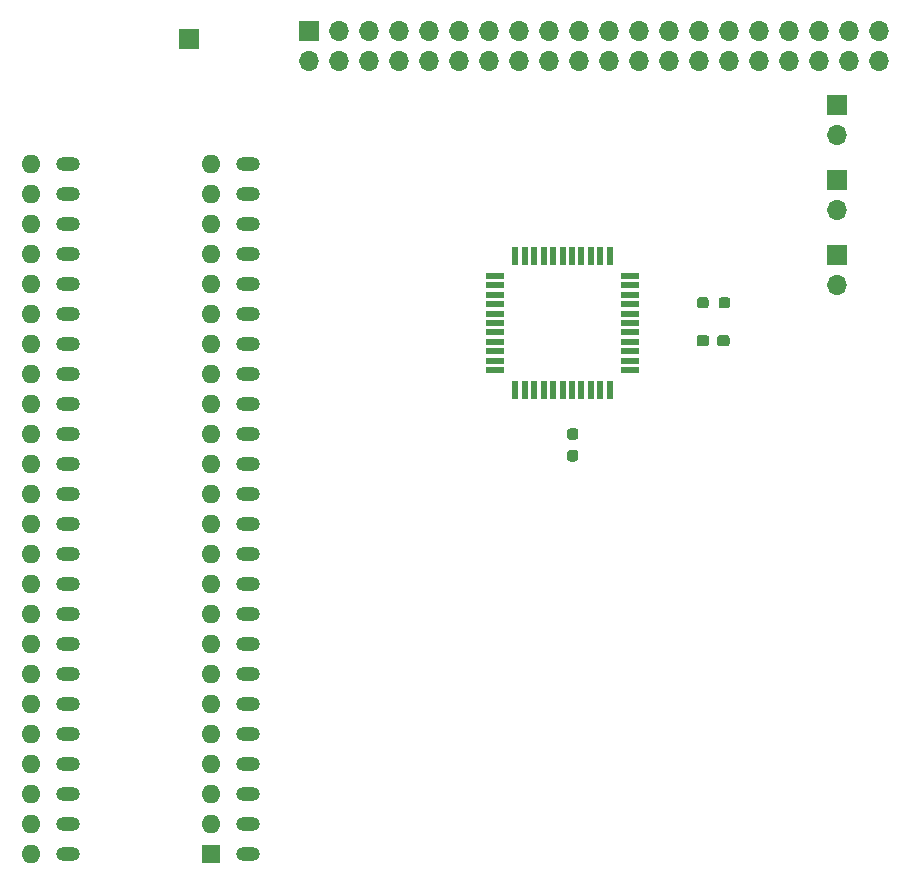
<source format=gbr>
G04 #@! TF.GenerationSoftware,KiCad,Pcbnew,5.1.10-1.fc34*
G04 #@! TF.CreationDate,2021-06-07T07:51:00+01:00*
G04 #@! TF.ProjectId,A1000,41313030-302e-46b6-9963-61645f706362,rev?*
G04 #@! TF.SameCoordinates,Original*
G04 #@! TF.FileFunction,Soldermask,Top*
G04 #@! TF.FilePolarity,Negative*
%FSLAX46Y46*%
G04 Gerber Fmt 4.6, Leading zero omitted, Abs format (unit mm)*
G04 Created by KiCad (PCBNEW 5.1.10-1.fc34) date 2021-06-07 07:51:00*
%MOMM*%
%LPD*%
G01*
G04 APERTURE LIST*
%ADD10O,1.700000X1.700000*%
%ADD11R,1.700000X1.700000*%
%ADD12O,2.000000X1.200000*%
%ADD13R,1.500000X0.550000*%
%ADD14R,0.550000X1.500000*%
%ADD15O,1.600000X1.600000*%
%ADD16R,1.600000X1.600000*%
G04 APERTURE END LIST*
G04 #@! TO.C,R1*
G36*
G01*
X117618500Y-94254500D02*
X118093500Y-94254500D01*
G75*
G02*
X118331000Y-94492000I0J-237500D01*
G01*
X118331000Y-94992000D01*
G75*
G02*
X118093500Y-95229500I-237500J0D01*
G01*
X117618500Y-95229500D01*
G75*
G02*
X117381000Y-94992000I0J237500D01*
G01*
X117381000Y-94492000D01*
G75*
G02*
X117618500Y-94254500I237500J0D01*
G01*
G37*
G36*
G01*
X117618500Y-92429500D02*
X118093500Y-92429500D01*
G75*
G02*
X118331000Y-92667000I0J-237500D01*
G01*
X118331000Y-93167000D01*
G75*
G02*
X118093500Y-93404500I-237500J0D01*
G01*
X117618500Y-93404500D01*
G75*
G02*
X117381000Y-93167000I0J237500D01*
G01*
X117381000Y-92667000D01*
G75*
G02*
X117618500Y-92429500I237500J0D01*
G01*
G37*
G04 #@! TD*
D10*
G04 #@! TO.C,JP3*
X140208000Y-80264000D03*
D11*
X140208000Y-77724000D03*
G04 #@! TD*
D10*
G04 #@! TO.C,JP2*
X140208000Y-73914000D03*
D11*
X140208000Y-71374000D03*
G04 #@! TD*
G04 #@! TO.C,J2*
X85344000Y-59436000D03*
G04 #@! TD*
D12*
G04 #@! TO.C,U2*
X90370000Y-70070000D03*
X75130000Y-70070000D03*
X90370000Y-72610000D03*
X75130000Y-72610000D03*
X90370000Y-75150000D03*
X75130000Y-75150000D03*
X90370000Y-77690000D03*
X75130000Y-77690000D03*
X90370000Y-80230000D03*
X75130000Y-80230000D03*
X90370000Y-82770000D03*
X75130000Y-82770000D03*
X90370000Y-85310000D03*
X75130000Y-85310000D03*
X90370000Y-87850000D03*
X75130000Y-87850000D03*
X90370000Y-90390000D03*
X75130000Y-90390000D03*
X90370000Y-92930000D03*
X75130000Y-92930000D03*
X90370000Y-95470000D03*
X75130000Y-95470000D03*
X90370000Y-98010000D03*
X75130000Y-98010000D03*
X90370000Y-100550000D03*
X75130000Y-100550000D03*
X90370000Y-103090000D03*
X75130000Y-103090000D03*
X90370000Y-105630000D03*
X75130000Y-105630000D03*
X90370000Y-108170000D03*
X75130000Y-108170000D03*
X90370000Y-110710000D03*
X75130000Y-110710000D03*
X90370000Y-113250000D03*
X75130000Y-113250000D03*
X90370000Y-115790000D03*
X75130000Y-115790000D03*
X90370000Y-118330000D03*
X75130000Y-118330000D03*
X90370000Y-120870000D03*
X75130000Y-120870000D03*
X90370000Y-123410000D03*
X75130000Y-123410000D03*
X90370000Y-125950000D03*
X75130000Y-125950000D03*
X90370000Y-128490000D03*
X75130000Y-128490000D03*
G04 #@! TD*
D10*
G04 #@! TO.C,JP1*
X140208000Y-67564000D03*
D11*
X140208000Y-65024000D03*
G04 #@! TD*
D13*
G04 #@! TO.C,U3*
X111300000Y-87500000D03*
X111300000Y-86700000D03*
X111300000Y-85900000D03*
X111300000Y-85100000D03*
X111300000Y-84300000D03*
X111300000Y-83500000D03*
X111300000Y-82700000D03*
X111300000Y-81900000D03*
X111300000Y-81100000D03*
X111300000Y-80300000D03*
X111300000Y-79500000D03*
D14*
X113000000Y-77800000D03*
X113800000Y-77800000D03*
X114600000Y-77800000D03*
X115400000Y-77800000D03*
X116200000Y-77800000D03*
X117000000Y-77800000D03*
X117800000Y-77800000D03*
X118600000Y-77800000D03*
X119400000Y-77800000D03*
X120200000Y-77800000D03*
X121000000Y-77800000D03*
D13*
X122700000Y-79500000D03*
X122700000Y-80300000D03*
X122700000Y-81100000D03*
X122700000Y-81900000D03*
X122700000Y-82700000D03*
X122700000Y-83500000D03*
X122700000Y-84300000D03*
X122700000Y-85100000D03*
X122700000Y-85900000D03*
X122700000Y-86700000D03*
X122700000Y-87500000D03*
D14*
X121000000Y-89200000D03*
X120200000Y-89200000D03*
X119400000Y-89200000D03*
X118600000Y-89200000D03*
X117800000Y-89200000D03*
X117000000Y-89200000D03*
X116200000Y-89200000D03*
X115400000Y-89200000D03*
X114600000Y-89200000D03*
X113800000Y-89200000D03*
X113000000Y-89200000D03*
G04 #@! TD*
D15*
G04 #@! TO.C,U1*
X72010000Y-128500000D03*
X87250000Y-70080000D03*
X72010000Y-125960000D03*
X87250000Y-72620000D03*
X72010000Y-123420000D03*
X87250000Y-75160000D03*
X72010000Y-120880000D03*
X87250000Y-77700000D03*
X72010000Y-118340000D03*
X87250000Y-80240000D03*
X72010000Y-115800000D03*
X87250000Y-82780000D03*
X72010000Y-113260000D03*
X87250000Y-85320000D03*
X72010000Y-110720000D03*
X87250000Y-87860000D03*
X72010000Y-108180000D03*
X87250000Y-90400000D03*
X72010000Y-105640000D03*
X87250000Y-92940000D03*
X72010000Y-103100000D03*
X87250000Y-95480000D03*
X72010000Y-100560000D03*
X87250000Y-98020000D03*
X72010000Y-98020000D03*
X87250000Y-100560000D03*
X72010000Y-95480000D03*
X87250000Y-103100000D03*
X72010000Y-92940000D03*
X87250000Y-105640000D03*
X72010000Y-90400000D03*
X87250000Y-108180000D03*
X72010000Y-87860000D03*
X87250000Y-110720000D03*
X72010000Y-85320000D03*
X87250000Y-113260000D03*
X72010000Y-82780000D03*
X87250000Y-115800000D03*
X72010000Y-80240000D03*
X87250000Y-118340000D03*
X72010000Y-77700000D03*
X87250000Y-120880000D03*
X72010000Y-75160000D03*
X87250000Y-123420000D03*
X72010000Y-72620000D03*
X87250000Y-125960000D03*
X72010000Y-70080000D03*
D16*
X87250000Y-128500000D03*
G04 #@! TD*
G04 #@! TO.C,R2*
G36*
G01*
X130219000Y-82025500D02*
X130219000Y-81550500D01*
G75*
G02*
X130456500Y-81313000I237500J0D01*
G01*
X130956500Y-81313000D01*
G75*
G02*
X131194000Y-81550500I0J-237500D01*
G01*
X131194000Y-82025500D01*
G75*
G02*
X130956500Y-82263000I-237500J0D01*
G01*
X130456500Y-82263000D01*
G75*
G02*
X130219000Y-82025500I0J237500D01*
G01*
G37*
G36*
G01*
X128394000Y-82025500D02*
X128394000Y-81550500D01*
G75*
G02*
X128631500Y-81313000I237500J0D01*
G01*
X129131500Y-81313000D01*
G75*
G02*
X129369000Y-81550500I0J-237500D01*
G01*
X129369000Y-82025500D01*
G75*
G02*
X129131500Y-82263000I-237500J0D01*
G01*
X128631500Y-82263000D01*
G75*
G02*
X128394000Y-82025500I0J237500D01*
G01*
G37*
G04 #@! TD*
D10*
G04 #@! TO.C,J1*
X143760000Y-61290000D03*
X143760000Y-58750000D03*
X141220000Y-61290000D03*
X141220000Y-58750000D03*
X138680000Y-61290000D03*
X138680000Y-58750000D03*
X136140000Y-61290000D03*
X136140000Y-58750000D03*
X133600000Y-61290000D03*
X133600000Y-58750000D03*
X131060000Y-61290000D03*
X131060000Y-58750000D03*
X128520000Y-61290000D03*
X128520000Y-58750000D03*
X125980000Y-61290000D03*
X125980000Y-58750000D03*
X123440000Y-61290000D03*
X123440000Y-58750000D03*
X120900000Y-61290000D03*
X120900000Y-58750000D03*
X118360000Y-61290000D03*
X118360000Y-58750000D03*
X115820000Y-61290000D03*
X115820000Y-58750000D03*
X113280000Y-61290000D03*
X113280000Y-58750000D03*
X110740000Y-61290000D03*
X110740000Y-58750000D03*
X108200000Y-61290000D03*
X108200000Y-58750000D03*
X105660000Y-61290000D03*
X105660000Y-58750000D03*
X103120000Y-61290000D03*
X103120000Y-58750000D03*
X100580000Y-61290000D03*
X100580000Y-58750000D03*
X98040000Y-61290000D03*
X98040000Y-58750000D03*
X95500000Y-61290000D03*
D11*
X95500000Y-58750000D03*
G04 #@! TD*
G04 #@! TO.C,C3*
G36*
G01*
X130075000Y-85237500D02*
X130075000Y-84762500D01*
G75*
G02*
X130312500Y-84525000I237500J0D01*
G01*
X130912500Y-84525000D01*
G75*
G02*
X131150000Y-84762500I0J-237500D01*
G01*
X131150000Y-85237500D01*
G75*
G02*
X130912500Y-85475000I-237500J0D01*
G01*
X130312500Y-85475000D01*
G75*
G02*
X130075000Y-85237500I0J237500D01*
G01*
G37*
G36*
G01*
X128350000Y-85237500D02*
X128350000Y-84762500D01*
G75*
G02*
X128587500Y-84525000I237500J0D01*
G01*
X129187500Y-84525000D01*
G75*
G02*
X129425000Y-84762500I0J-237500D01*
G01*
X129425000Y-85237500D01*
G75*
G02*
X129187500Y-85475000I-237500J0D01*
G01*
X128587500Y-85475000D01*
G75*
G02*
X128350000Y-85237500I0J237500D01*
G01*
G37*
G04 #@! TD*
M02*

</source>
